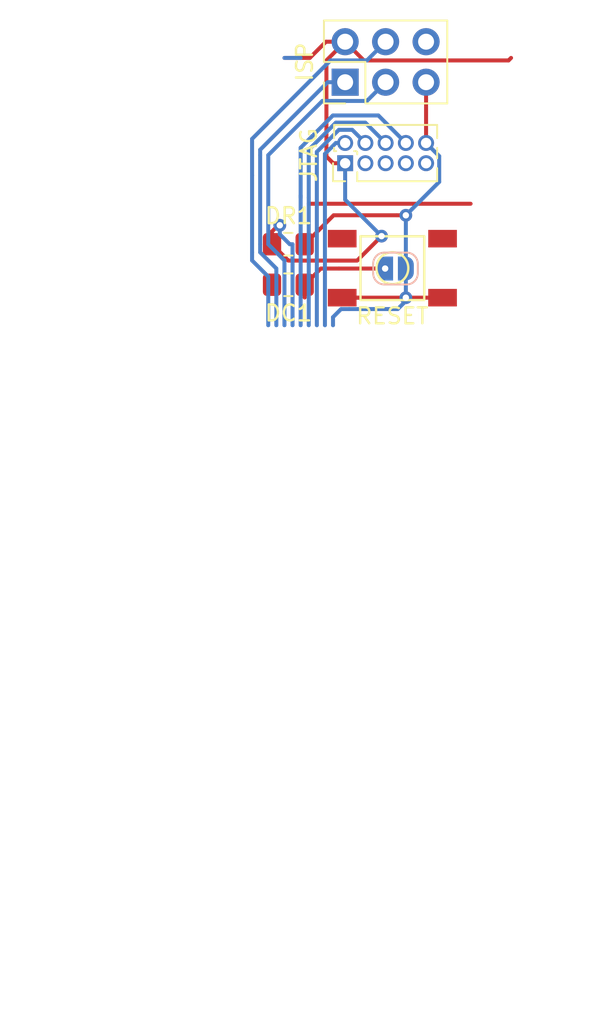
<source format=kicad_pcb>
(kicad_pcb (version 20171130) (host pcbnew 5.1.2)

  (general
    (thickness 1.6)
    (drawings 177)
    (tracks 96)
    (zones 0)
    (modules 6)
    (nets 13)
  )

  (page A4)
  (layers
    (0 F.Cu signal)
    (31 B.Cu signal)
    (32 B.Adhes user)
    (33 F.Adhes user)
    (34 B.Paste user)
    (35 F.Paste user)
    (36 B.SilkS user)
    (37 F.SilkS user)
    (38 B.Mask user)
    (39 F.Mask user)
    (40 Dwgs.User user)
    (41 Cmts.User user)
    (42 Eco1.User user)
    (43 Eco2.User user)
    (44 Edge.Cuts user)
    (45 Margin user)
    (46 B.CrtYd user)
    (47 F.CrtYd user)
    (48 B.Fab user)
    (49 F.Fab user)
  )

  (setup
    (last_trace_width 0.25)
    (trace_clearance 0.2)
    (zone_clearance 0.508)
    (zone_45_only no)
    (trace_min 0.2)
    (via_size 0.8)
    (via_drill 0.4)
    (via_min_size 0.4)
    (via_min_drill 0.3)
    (uvia_size 0.3)
    (uvia_drill 0.1)
    (uvias_allowed no)
    (uvia_min_size 0.2)
    (uvia_min_drill 0.1)
    (edge_width 0.05)
    (segment_width 0.2)
    (pcb_text_width 0.3)
    (pcb_text_size 1.5 1.5)
    (mod_edge_width 0.12)
    (mod_text_size 1 1)
    (mod_text_width 0.15)
    (pad_size 1.524 1.524)
    (pad_drill 0.762)
    (pad_to_mask_clearance 0.051)
    (solder_mask_min_width 0.25)
    (aux_axis_origin 0 0)
    (visible_elements FFFFFF7F)
    (pcbplotparams
      (layerselection 0x010fc_ffffffff)
      (usegerberextensions false)
      (usegerberattributes false)
      (usegerberadvancedattributes false)
      (creategerberjobfile false)
      (excludeedgelayer true)
      (linewidth 0.100000)
      (plotframeref false)
      (viasonmask false)
      (mode 1)
      (useauxorigin false)
      (hpglpennumber 1)
      (hpglpenspeed 20)
      (hpglpendiameter 15.000000)
      (psnegative false)
      (psa4output false)
      (plotreference true)
      (plotvalue true)
      (plotinvisibletext false)
      (padsonsilk false)
      (subtractmaskfromsilk false)
      (outputformat 1)
      (mirror false)
      (drillshape 1)
      (scaleselection 1)
      (outputdirectory ""))
  )

  (net 0 "")
  (net 1 GND)
  (net 2 VDD)
  (net 3 TCK)
  (net 4 TMS)
  (net 5 TDO)
  (net 6 TDI)
  (net 7 "Net-(DJ1-Pad5)")
  (net 8 ~RESET)
  (net 9 MOSI)
  (net 10 SCK)
  (net 11 MISO)
  (net 12 "Net-(DC1-Pad2)")

  (net_class Default "Dit is de standaard class."
    (clearance 0.2)
    (trace_width 0.25)
    (via_dia 0.8)
    (via_drill 0.4)
    (uvia_dia 0.3)
    (uvia_drill 0.1)
    (add_net GND)
    (add_net MISO)
    (add_net MOSI)
    (add_net "Net-(DC1-Pad2)")
    (add_net "Net-(DJ1-Pad5)")
    (add_net SCK)
    (add_net TCK)
    (add_net TDI)
    (add_net TDO)
    (add_net TMS)
    (add_net VDD)
    (add_net ~RESET)
  )

  (module Jumper:SolderJumper-2_P1.3mm_Open_RoundedPad1.0x1.5mm (layer B.Cu) (tedit 5B391E66) (tstamp 5CD47CDC)
    (at 156.83 67.564 180)
    (descr "SMD Solder Jumper, 1x1.5mm, rounded Pads, 0.3mm gap, open")
    (tags "solder jumper open")
    (path /5CD4C725)
    (attr virtual)
    (fp_text reference DJP1 (at 0 1.8) (layer B.SilkS) hide
      (effects (font (size 1 1) (thickness 0.15)) (justify mirror))
    )
    (fp_text value SolderJumper_2_Open (at 0 -1.9) (layer B.Fab)
      (effects (font (size 1 1) (thickness 0.15)) (justify mirror))
    )
    (fp_line (start 1.65 -1.25) (end -1.65 -1.25) (layer B.CrtYd) (width 0.05))
    (fp_line (start 1.65 -1.25) (end 1.65 1.25) (layer B.CrtYd) (width 0.05))
    (fp_line (start -1.65 1.25) (end -1.65 -1.25) (layer B.CrtYd) (width 0.05))
    (fp_line (start -1.65 1.25) (end 1.65 1.25) (layer B.CrtYd) (width 0.05))
    (fp_line (start -0.7 1) (end 0.7 1) (layer B.SilkS) (width 0.12))
    (fp_line (start 1.4 0.3) (end 1.4 -0.3) (layer B.SilkS) (width 0.12))
    (fp_line (start 0.7 -1) (end -0.7 -1) (layer B.SilkS) (width 0.12))
    (fp_line (start -1.4 -0.3) (end -1.4 0.3) (layer B.SilkS) (width 0.12))
    (fp_arc (start -0.7 0.3) (end -0.7 1) (angle 90) (layer B.SilkS) (width 0.12))
    (fp_arc (start -0.7 -0.3) (end -1.4 -0.3) (angle 90) (layer B.SilkS) (width 0.12))
    (fp_arc (start 0.7 -0.3) (end 0.7 -1) (angle 90) (layer B.SilkS) (width 0.12))
    (fp_arc (start 0.7 0.3) (end 1.4 0.3) (angle 90) (layer B.SilkS) (width 0.12))
    (pad 2 smd custom (at 0.65 0 180) (size 1 0.5) (layers B.Cu B.Mask)
      (net 12 "Net-(DC1-Pad2)") (zone_connect 2)
      (options (clearance outline) (anchor rect))
      (primitives
        (gr_circle (center 0 -0.25) (end 0.5 -0.25) (width 0))
        (gr_circle (center 0 0.25) (end 0.5 0.25) (width 0))
        (gr_poly (pts
           (xy 0 0.75) (xy -0.5 0.75) (xy -0.5 -0.75) (xy 0 -0.75)) (width 0))
      ))
    (pad 1 smd custom (at -0.65 0 180) (size 1 0.5) (layers B.Cu B.Mask)
      (net 8 ~RESET) (zone_connect 2)
      (options (clearance outline) (anchor rect))
      (primitives
        (gr_circle (center 0 -0.25) (end 0.5 -0.25) (width 0))
        (gr_circle (center 0 0.25) (end 0.5 0.25) (width 0))
        (gr_poly (pts
           (xy 0 0.75) (xy 0.5 0.75) (xy 0.5 -0.75) (xy 0 -0.75)) (width 0))
      ))
  )

  (module Connector_PinHeader_2.54mm:PinHeader_2x03_P2.54mm_Vertical (layer F.Cu) (tedit 59FED5CC) (tstamp 5CD47857)
    (at 153.67 55.88 90)
    (descr "Through hole straight pin header, 2x03, 2.54mm pitch, double rows")
    (tags "Through hole pin header THT 2x03 2.54mm double row")
    (path /5CD47AD2)
    (fp_text reference DJ2 (at 1.27 -2.33 90) (layer F.SilkS) hide
      (effects (font (size 1 1) (thickness 0.15)))
    )
    (fp_text value ISP (at 1.27 -2.54 90) (layer F.SilkS)
      (effects (font (size 1 1) (thickness 0.15)))
    )
    (fp_text user %R (at 1.27 2.54) (layer F.Fab)
      (effects (font (size 1 1) (thickness 0.15)))
    )
    (fp_line (start 4.35 -1.8) (end -1.8 -1.8) (layer F.CrtYd) (width 0.05))
    (fp_line (start 4.35 6.85) (end 4.35 -1.8) (layer F.CrtYd) (width 0.05))
    (fp_line (start -1.8 6.85) (end 4.35 6.85) (layer F.CrtYd) (width 0.05))
    (fp_line (start -1.8 -1.8) (end -1.8 6.85) (layer F.CrtYd) (width 0.05))
    (fp_line (start -1.33 -1.33) (end 0 -1.33) (layer F.SilkS) (width 0.12))
    (fp_line (start -1.33 0) (end -1.33 -1.33) (layer F.SilkS) (width 0.12))
    (fp_line (start 1.27 -1.33) (end 3.87 -1.33) (layer F.SilkS) (width 0.12))
    (fp_line (start 1.27 1.27) (end 1.27 -1.33) (layer F.SilkS) (width 0.12))
    (fp_line (start -1.33 1.27) (end 1.27 1.27) (layer F.SilkS) (width 0.12))
    (fp_line (start 3.87 -1.33) (end 3.87 6.41) (layer F.SilkS) (width 0.12))
    (fp_line (start -1.33 1.27) (end -1.33 6.41) (layer F.SilkS) (width 0.12))
    (fp_line (start -1.33 6.41) (end 3.87 6.41) (layer F.SilkS) (width 0.12))
    (fp_line (start -1.27 0) (end 0 -1.27) (layer F.Fab) (width 0.1))
    (fp_line (start -1.27 6.35) (end -1.27 0) (layer F.Fab) (width 0.1))
    (fp_line (start 3.81 6.35) (end -1.27 6.35) (layer F.Fab) (width 0.1))
    (fp_line (start 3.81 -1.27) (end 3.81 6.35) (layer F.Fab) (width 0.1))
    (fp_line (start 0 -1.27) (end 3.81 -1.27) (layer F.Fab) (width 0.1))
    (pad 6 thru_hole oval (at 2.54 5.08 90) (size 1.7 1.7) (drill 1) (layers *.Cu *.Mask)
      (net 1 GND))
    (pad 5 thru_hole oval (at 0 5.08 90) (size 1.7 1.7) (drill 1) (layers *.Cu *.Mask)
      (net 8 ~RESET))
    (pad 4 thru_hole oval (at 2.54 2.54 90) (size 1.7 1.7) (drill 1) (layers *.Cu *.Mask)
      (net 9 MOSI))
    (pad 3 thru_hole oval (at 0 2.54 90) (size 1.7 1.7) (drill 1) (layers *.Cu *.Mask)
      (net 10 SCK))
    (pad 2 thru_hole oval (at 2.54 0 90) (size 1.7 1.7) (drill 1) (layers *.Cu *.Mask)
      (net 2 VDD))
    (pad 1 thru_hole rect (at 0 0 90) (size 1.7 1.7) (drill 1) (layers *.Cu *.Mask)
      (net 11 MISO))
    (model ${KISYS3DMOD}/Connector_PinHeader_2.54mm.3dshapes/PinHeader_2x03_P2.54mm_Vertical.wrl
      (at (xyz 0 0 0))
      (scale (xyz 1 1 1))
      (rotate (xyz 0 0 0))
    )
  )

  (module lib:TS-1187 (layer F.Cu) (tedit 5C23E748) (tstamp 5CD31350)
    (at 156.635 67.54 180)
    (path /5CD35511)
    (fp_text reference DSW1 (at 0 3) (layer F.SilkS) hide
      (effects (font (size 1 1) (thickness 0.15)))
    )
    (fp_text value RESET (at 0 -3) (layer F.SilkS)
      (effects (font (size 1 1) (thickness 0.15)))
    )
    (fp_circle (center 0 0) (end 1 0) (layer F.SilkS) (width 0.15))
    (fp_line (start 2 2) (end -2 2) (layer F.SilkS) (width 0.15))
    (fp_line (start 2 -2) (end 2 2) (layer F.SilkS) (width 0.15))
    (fp_line (start -2 -2) (end 2 -2) (layer F.SilkS) (width 0.15))
    (fp_line (start -2 2) (end -2 -2) (layer F.SilkS) (width 0.15))
    (pad 2 smd rect (at 3.15 1.85 180) (size 1.8 1.1) (layers F.Cu F.Paste F.Mask)
      (net 1 GND))
    (pad 1 smd rect (at 3.15 -1.85 180) (size 1.8 1.1) (layers F.Cu F.Paste F.Mask)
      (net 8 ~RESET))
    (pad 2 smd rect (at -3.15 1.85 180) (size 1.8 1.1) (layers F.Cu F.Paste F.Mask)
      (net 1 GND))
    (pad 1 smd rect (at -3.15 -1.85 180) (size 1.8 1.1) (layers F.Cu F.Paste F.Mask)
      (net 8 ~RESET))
  )

  (module Resistor_SMD:R_0805_2012Metric_Pad1.15x1.40mm_HandSolder (layer F.Cu) (tedit 5B36C52B) (tstamp 5CD345C8)
    (at 150.105 66.04)
    (descr "Resistor SMD 0805 (2012 Metric), square (rectangular) end terminal, IPC_7351 nominal with elongated pad for handsoldering. (Body size source: https://docs.google.com/spreadsheets/d/1BsfQQcO9C6DZCsRaXUlFlo91Tg2WpOkGARC1WS5S8t0/edit?usp=sharing), generated with kicad-footprint-generator")
    (tags "resistor handsolder")
    (path /5CD372D0)
    (attr smd)
    (fp_text reference DR1 (at 0.009 -1.778) (layer F.SilkS)
      (effects (font (size 1 1) (thickness 0.15)))
    )
    (fp_text value 10K (at 0 1.65) (layer F.Fab)
      (effects (font (size 1 1) (thickness 0.15)))
    )
    (fp_text user %R (at 0 0) (layer F.Fab)
      (effects (font (size 0.5 0.5) (thickness 0.08)))
    )
    (fp_line (start 1.85 0.95) (end -1.85 0.95) (layer F.CrtYd) (width 0.05))
    (fp_line (start 1.85 -0.95) (end 1.85 0.95) (layer F.CrtYd) (width 0.05))
    (fp_line (start -1.85 -0.95) (end 1.85 -0.95) (layer F.CrtYd) (width 0.05))
    (fp_line (start -1.85 0.95) (end -1.85 -0.95) (layer F.CrtYd) (width 0.05))
    (fp_line (start -0.261252 0.71) (end 0.261252 0.71) (layer F.SilkS) (width 0.12))
    (fp_line (start -0.261252 -0.71) (end 0.261252 -0.71) (layer F.SilkS) (width 0.12))
    (fp_line (start 1 0.6) (end -1 0.6) (layer F.Fab) (width 0.1))
    (fp_line (start 1 -0.6) (end 1 0.6) (layer F.Fab) (width 0.1))
    (fp_line (start -1 -0.6) (end 1 -0.6) (layer F.Fab) (width 0.1))
    (fp_line (start -1 0.6) (end -1 -0.6) (layer F.Fab) (width 0.1))
    (pad 2 smd roundrect (at 1.025 0) (size 1.15 1.4) (layers F.Cu F.Paste F.Mask) (roundrect_rratio 0.217391)
      (net 8 ~RESET))
    (pad 1 smd roundrect (at -1.025 0) (size 1.15 1.4) (layers F.Cu F.Paste F.Mask) (roundrect_rratio 0.217391)
      (net 2 VDD))
    (model ${KISYS3DMOD}/Resistor_SMD.3dshapes/R_0805_2012Metric.wrl
      (at (xyz 0 0 0))
      (scale (xyz 1 1 1))
      (rotate (xyz 0 0 0))
    )
  )

  (module Connector_PinHeader_1.27mm:PinHeader_2x05_P1.27mm_Vertical locked (layer F.Cu) (tedit 59FED6E3) (tstamp 5CD31319)
    (at 153.67 60.96 90)
    (descr "Through hole straight pin header, 2x05, 1.27mm pitch, double rows")
    (tags "Through hole pin header THT 2x05 1.27mm double row")
    (path /5CD31435)
    (fp_text reference DJ1 (at 0.635 -1.695 90) (layer F.SilkS) hide
      (effects (font (size 1 1) (thickness 0.15)))
    )
    (fp_text value JTAG (at 0.508 -2.286 270) (layer F.SilkS)
      (effects (font (size 1 1) (thickness 0.15)))
    )
    (fp_line (start -0.2175 -0.635) (end 2.34 -0.635) (layer F.Fab) (width 0.1))
    (fp_line (start 2.34 -0.635) (end 2.34 5.715) (layer F.Fab) (width 0.1))
    (fp_line (start 2.34 5.715) (end -1.07 5.715) (layer F.Fab) (width 0.1))
    (fp_line (start -1.07 5.715) (end -1.07 0.2175) (layer F.Fab) (width 0.1))
    (fp_line (start -1.07 0.2175) (end -0.2175 -0.635) (layer F.Fab) (width 0.1))
    (fp_line (start -1.13 5.775) (end -0.30753 5.775) (layer F.SilkS) (width 0.12))
    (fp_line (start 1.57753 5.775) (end 2.4 5.775) (layer F.SilkS) (width 0.12))
    (fp_line (start 0.30753 5.775) (end 0.96247 5.775) (layer F.SilkS) (width 0.12))
    (fp_line (start -1.13 0.76) (end -1.13 5.775) (layer F.SilkS) (width 0.12))
    (fp_line (start 2.4 -0.695) (end 2.4 5.775) (layer F.SilkS) (width 0.12))
    (fp_line (start -1.13 0.76) (end -0.563471 0.76) (layer F.SilkS) (width 0.12))
    (fp_line (start 0.563471 0.76) (end 0.706529 0.76) (layer F.SilkS) (width 0.12))
    (fp_line (start 0.76 0.706529) (end 0.76 0.563471) (layer F.SilkS) (width 0.12))
    (fp_line (start 0.76 -0.563471) (end 0.76 -0.695) (layer F.SilkS) (width 0.12))
    (fp_line (start 0.76 -0.695) (end 0.96247 -0.695) (layer F.SilkS) (width 0.12))
    (fp_line (start 1.57753 -0.695) (end 2.4 -0.695) (layer F.SilkS) (width 0.12))
    (fp_line (start -1.13 0) (end -1.13 -0.76) (layer F.SilkS) (width 0.12))
    (fp_line (start -1.13 -0.76) (end 0 -0.76) (layer F.SilkS) (width 0.12))
    (fp_line (start -1.6 -1.15) (end -1.6 6.25) (layer F.CrtYd) (width 0.05))
    (fp_line (start -1.6 6.25) (end 2.85 6.25) (layer F.CrtYd) (width 0.05))
    (fp_line (start 2.85 6.25) (end 2.85 -1.15) (layer F.CrtYd) (width 0.05))
    (fp_line (start 2.85 -1.15) (end -1.6 -1.15) (layer F.CrtYd) (width 0.05))
    (fp_text user %R (at 0.635 2.54) (layer F.Fab)
      (effects (font (size 1 1) (thickness 0.15)))
    )
    (pad 1 thru_hole rect (at 0 0 90) (size 1 1) (drill 0.65) (layers *.Cu *.Mask)
      (net 2 VDD))
    (pad 2 thru_hole oval (at 1.27 0 90) (size 1 1) (drill 0.65) (layers *.Cu *.Mask)
      (net 4 TMS))
    (pad 3 thru_hole oval (at 0 1.27 90) (size 1 1) (drill 0.65) (layers *.Cu *.Mask)
      (net 1 GND))
    (pad 4 thru_hole oval (at 1.27 1.27 90) (size 1 1) (drill 0.65) (layers *.Cu *.Mask)
      (net 3 TCK))
    (pad 5 thru_hole oval (at 0 2.54 90) (size 1 1) (drill 0.65) (layers *.Cu *.Mask)
      (net 7 "Net-(DJ1-Pad5)"))
    (pad 6 thru_hole oval (at 1.27 2.54 90) (size 1 1) (drill 0.65) (layers *.Cu *.Mask)
      (net 5 TDO))
    (pad 7 thru_hole oval (at 0 3.81 90) (size 1 1) (drill 0.65) (layers *.Cu *.Mask)
      (net 1 GND))
    (pad 8 thru_hole oval (at 1.27 3.81 90) (size 1 1) (drill 0.65) (layers *.Cu *.Mask)
      (net 6 TDI))
    (pad 9 thru_hole oval (at 0 5.08 90) (size 1 1) (drill 0.65) (layers *.Cu *.Mask)
      (net 1 GND))
    (pad 10 thru_hole oval (at 1.27 5.08 90) (size 1 1) (drill 0.65) (layers *.Cu *.Mask)
      (net 8 ~RESET))
    (model ${KISYS3DMOD}/Connector_PinHeader_1.27mm.3dshapes/PinHeader_2x05_P1.27mm_Vertical.wrl
      (at (xyz 0 0 0))
      (scale (xyz 1 1 1))
      (rotate (xyz 0 0 0))
    )
  )

  (module Capacitor_SMD:C_0805_2012Metric_Pad1.15x1.40mm_HandSolder (layer F.Cu) (tedit 5B36C52B) (tstamp 5CD312F4)
    (at 150.105 68.58)
    (descr "Capacitor SMD 0805 (2012 Metric), square (rectangular) end terminal, IPC_7351 nominal with elongated pad for handsoldering. (Body size source: https://docs.google.com/spreadsheets/d/1BsfQQcO9C6DZCsRaXUlFlo91Tg2WpOkGARC1WS5S8t0/edit?usp=sharing), generated with kicad-footprint-generator")
    (tags "capacitor handsolder")
    (path /5CD35E46)
    (attr smd)
    (fp_text reference DC1 (at 0.009 1.778) (layer F.SilkS)
      (effects (font (size 1 1) (thickness 0.15)))
    )
    (fp_text value 100nF (at 0 1.65) (layer F.Fab)
      (effects (font (size 1 1) (thickness 0.15)))
    )
    (fp_text user %R (at 0 0) (layer F.Fab)
      (effects (font (size 0.5 0.5) (thickness 0.08)))
    )
    (fp_line (start 1.85 0.95) (end -1.85 0.95) (layer F.CrtYd) (width 0.05))
    (fp_line (start 1.85 -0.95) (end 1.85 0.95) (layer F.CrtYd) (width 0.05))
    (fp_line (start -1.85 -0.95) (end 1.85 -0.95) (layer F.CrtYd) (width 0.05))
    (fp_line (start -1.85 0.95) (end -1.85 -0.95) (layer F.CrtYd) (width 0.05))
    (fp_line (start -0.261252 0.71) (end 0.261252 0.71) (layer F.SilkS) (width 0.12))
    (fp_line (start -0.261252 -0.71) (end 0.261252 -0.71) (layer F.SilkS) (width 0.12))
    (fp_line (start 1 0.6) (end -1 0.6) (layer F.Fab) (width 0.1))
    (fp_line (start 1 -0.6) (end 1 0.6) (layer F.Fab) (width 0.1))
    (fp_line (start -1 -0.6) (end 1 -0.6) (layer F.Fab) (width 0.1))
    (fp_line (start -1 0.6) (end -1 -0.6) (layer F.Fab) (width 0.1))
    (pad 2 smd roundrect (at 1.025 0) (size 1.15 1.4) (layers F.Cu F.Paste F.Mask) (roundrect_rratio 0.217391)
      (net 12 "Net-(DC1-Pad2)"))
    (pad 1 smd roundrect (at -1.025 0) (size 1.15 1.4) (layers F.Cu F.Paste F.Mask) (roundrect_rratio 0.217391)
      (net 1 GND))
    (model ${KISYS3DMOD}/Capacitor_SMD.3dshapes/C_0805_2012Metric.wrl
      (at (xyz 0 0 0))
      (scale (xyz 1 1 1))
      (rotate (xyz 0 0 0))
    )
  )

  (dimension 19.05 (width 0.15) (layer Dwgs.User) (tstamp 5CD6B75C)
    (gr_text "19,050 mm" (at 141.605 110.968) (layer Dwgs.User) (tstamp 5CD6B75C)
      (effects (font (size 1 1) (thickness 0.15)))
    )
    (feature1 (pts (xy 151.13 112.776) (xy 151.13 111.681579)))
    (feature2 (pts (xy 132.08 112.776) (xy 132.08 111.681579)))
    (crossbar (pts (xy 132.08 112.268) (xy 151.13 112.268)))
    (arrow1a (pts (xy 151.13 112.268) (xy 150.003496 112.854421)))
    (arrow1b (pts (xy 151.13 112.268) (xy 150.003496 111.681579)))
    (arrow2a (pts (xy 132.08 112.268) (xy 133.206504 112.854421)))
    (arrow2b (pts (xy 132.08 112.268) (xy 133.206504 111.681579)))
  )
  (gr_circle (center 149.86 54.356) (end 149.9108 54.356) (layer Eco2.User) (width 0.15) (tstamp 5CD6B74E))
  (gr_circle (center 143.764 71.12) (end 143.8148 71.12) (layer Eco1.User) (width 0.15) (tstamp 5CD6AEF4))
  (gr_circle (center 144.272 71.12) (end 144.3228 71.12) (layer Eco1.User) (width 0.15) (tstamp 5CD6ADB3))
  (gr_circle (center 144.78 71.12) (end 144.8308 71.12) (layer Eco1.User) (width 0.15) (tstamp 5CD6ADB0))
  (gr_circle (center 151.384 63.5) (end 151.4348 63.5) (layer Eco2.User) (width 0.15) (tstamp 5CD6AB71))
  (gr_circle (center 161.544 63.5) (end 161.5948 63.5) (layer Eco2.User) (width 0.15) (tstamp 5CD6AB49))
  (gr_circle (center 149.86 71.12) (end 149.86 71.0692) (layer Eco1.User) (width 0.15) (tstamp 5CD6A016))
  (gr_circle (center 149.352 71.12) (end 149.352 71.0692) (layer Eco1.User) (width 0.15) (tstamp 5CD6A013))
  (gr_circle (center 145.288 71.12) (end 145.288 71.0692) (layer Eco1.User) (width 0.15) (tstamp 5CD6A010))
  (gr_line (start 135.255 64.77) (end 138.43 64.77) (layer Dwgs.User) (width 0.15))
  (gr_line (start 138.43 64.77) (end 139.7 66.04) (layer Dwgs.User) (width 0.15))
  (gr_line (start 139.7 71.12) (end 141.605 71.12) (layer Dwgs.User) (width 0.15))
  (gr_line (start 139.7 66.04) (end 139.7 71.12) (layer Dwgs.User) (width 0.15))
  (gr_line (start 135.255 53.975) (end 135.255 54.61) (layer Dwgs.User) (width 0.15) (tstamp 5CD69E28))
  (gr_line (start 139.065 53.975) (end 135.255 53.975) (layer Dwgs.User) (width 0.15))
  (gr_line (start 139.065 58.42) (end 149.86 50.8) (layer Dwgs.User) (width 0.15) (tstamp 5CD69D85))
  (gr_line (start 149.86 58.42) (end 139.065 50.8) (layer Dwgs.User) (width 0.15) (tstamp 5CD69D81))
  (gr_line (start 140.97 58.42) (end 151.384 58.42) (layer Dwgs.User) (width 0.15))
  (gr_line (start 139.065 50.8) (end 142.24 50.8) (layer Dwgs.User) (width 0.15))
  (gr_line (start 139.065 58.42) (end 139.065 50.8) (layer Dwgs.User) (width 0.15))
  (gr_line (start 140.97 58.42) (end 139.065 58.42) (layer Dwgs.User) (width 0.15))
  (gr_line (start 170.18 50.8) (end 132.08 50.8) (layer Dwgs.User) (width 0.05) (tstamp 5CD3006B))
  (gr_line (start 170.18 109.22) (end 170.18 50.8) (layer Dwgs.User) (width 0.05))
  (gr_line (start 132.08 109.22) (end 170.18 109.22) (layer Dwgs.User) (width 0.05))
  (gr_line (start 132.08 50.8) (end 132.08 109.22) (layer Dwgs.User) (width 0.05))
  (gr_line (start 161.544 50.8) (end 151.13 50.8) (layer Dwgs.User) (width 0.15) (tstamp 5CD694C8))
  (gr_line (start 151.13 71.12) (end 161.544 71.12) (layer Dwgs.User) (width 0.15))
  (gr_line (start 140.97 50.8) (end 151.13 50.8) (layer Dwgs.User) (width 0.15) (tstamp 5CD693E3))
  (gr_line (start 140.97 71.12) (end 151.13 71.12) (layer Dwgs.User) (width 0.15))
  (gr_line (start 135.255 64.77) (end 135.255 54.61) (layer Dwgs.User) (width 0.15))
  (gr_circle (center 137.16 63.5) (end 137.16 64.516) (layer Dwgs.User) (width 0.15) (tstamp 5CD692B8))
  (gr_circle (center 137.16 88.9) (end 137.16 89.916) (layer Dwgs.User) (width 0.15) (tstamp 5CD692B7))
  (gr_circle (center 137.16 83.82) (end 137.16 84.836) (layer Dwgs.User) (width 0.15) (tstamp 5CD692B6))
  (gr_circle (center 137.16 93.98) (end 137.16 94.996) (layer Dwgs.User) (width 0.15) (tstamp 5CD692B5))
  (gr_circle (center 137.16 96.52) (end 137.16 97.536) (layer Dwgs.User) (width 0.15) (tstamp 5CD692B4))
  (gr_circle (center 137.16 104.14) (end 137.16 105.156) (layer Dwgs.User) (width 0.15) (tstamp 5CD692B3))
  (gr_circle (center 137.16 78.74) (end 137.16 79.756) (layer Dwgs.User) (width 0.15) (tstamp 5CD692B2))
  (gr_circle (center 137.16 76.2) (end 137.16 77.216) (layer Dwgs.User) (width 0.15) (tstamp 5CD692B1))
  (gr_circle (center 137.16 81.28) (end 137.16 82.296) (layer Dwgs.User) (width 0.15) (tstamp 5CD692B0))
  (gr_circle (center 137.16 55.88) (end 137.16 56.896) (layer Dwgs.User) (width 0.15) (tstamp 5CD692AF))
  (gr_circle (center 137.16 66.04) (end 137.16 67.056) (layer Dwgs.User) (width 0.15) (tstamp 5CD692AE))
  (gr_circle (center 137.16 68.58) (end 137.16 69.596) (layer Dwgs.User) (width 0.15) (tstamp 5CD692AD))
  (gr_circle (center 137.16 99.06) (end 137.16 100.076) (layer Dwgs.User) (width 0.15) (tstamp 5CD692AC))
  (gr_circle (center 139.7 60.96) (end 139.7 61.976) (layer Dwgs.User) (width 0.15) (tstamp 5CD692AB))
  (gr_circle (center 137.16 58.42) (end 137.16 59.436) (layer Dwgs.User) (width 0.15) (tstamp 5CD692AA))
  (gr_circle (center 137.16 60.96) (end 137.16 61.976) (layer Dwgs.User) (width 0.15) (tstamp 5CD692A9))
  (gr_circle (center 137.16 86.36) (end 137.16 87.376) (layer Dwgs.User) (width 0.15) (tstamp 5CD692A8))
  (gr_circle (center 139.7 63.5) (end 139.7 64.516) (layer Dwgs.User) (width 0.15) (tstamp 5CD692A7))
  (gr_circle (center 137.16 71.12) (end 137.16 72.136) (layer Dwgs.User) (width 0.15) (tstamp 5CD692A6))
  (gr_circle (center 137.16 73.66) (end 137.16 74.676) (layer Dwgs.User) (width 0.15) (tstamp 5CD692A5))
  (gr_circle (center 137.16 91.44) (end 137.16 92.456) (layer Dwgs.User) (width 0.15) (tstamp 5CD692A0))
  (gr_circle (center 137.16 101.6) (end 137.16 102.616) (layer Dwgs.User) (width 0.15) (tstamp 5CD6929F))
  (gr_circle (center 162.56 63.5) (end 162.56 64.516) (layer Dwgs.User) (width 0.15) (tstamp 5CD6929D))
  (gr_circle (center 162.56 60.96) (end 162.56 61.976) (layer Dwgs.User) (width 0.15) (tstamp 5CD6929B))
  (gr_circle (center 165.1 55.88) (end 165.1 56.896) (layer Dwgs.User) (width 0.15) (tstamp 5CD69299))
  (gr_circle (center 165.1 58.42) (end 165.1 59.436) (layer Dwgs.User) (width 0.15) (tstamp 5CD69297))
  (gr_circle (center 165.1 60.96) (end 165.1 61.976) (layer Dwgs.User) (width 0.15) (tstamp 5CD69295))
  (gr_circle (center 165.1 63.5) (end 165.1 64.516) (layer Dwgs.User) (width 0.15) (tstamp 5CD69293))
  (gr_circle (center 165.1 66.04) (end 165.1 67.056) (layer Dwgs.User) (width 0.15) (tstamp 5CD69291))
  (gr_circle (center 165.1 68.58) (end 165.1 69.596) (layer Dwgs.User) (width 0.15) (tstamp 5CD6928F))
  (gr_circle (center 165.1 71.12) (end 165.1 72.136) (layer Dwgs.User) (width 0.15) (tstamp 5CD6928D))
  (gr_circle (center 165.1 73.66) (end 165.1 74.676) (layer Dwgs.User) (width 0.15) (tstamp 5CD6928B))
  (gr_circle (center 165.1 76.2) (end 165.1 77.216) (layer Dwgs.User) (width 0.15) (tstamp 5CD69289))
  (gr_circle (center 165.1 78.74) (end 165.1 79.756) (layer Dwgs.User) (width 0.15) (tstamp 5CD69287))
  (gr_circle (center 165.1 81.28) (end 165.1 82.296) (layer Dwgs.User) (width 0.15) (tstamp 5CD69285))
  (gr_circle (center 165.1 83.82) (end 165.1 84.836) (layer Dwgs.User) (width 0.15) (tstamp 5CD69283))
  (gr_circle (center 165.1 86.36) (end 165.1 87.376) (layer Dwgs.User) (width 0.15) (tstamp 5CD69281))
  (gr_circle (center 165.1 88.9) (end 165.1 89.916) (layer Dwgs.User) (width 0.15) (tstamp 5CD6927F))
  (gr_circle (center 165.1 91.44) (end 165.1 92.456) (layer Dwgs.User) (width 0.15) (tstamp 5CD6927D))
  (gr_circle (center 165.1 93.98) (end 165.1 94.996) (layer Dwgs.User) (width 0.15) (tstamp 5CD6927A))
  (gr_circle (center 165.1 96.52) (end 165.1 97.536) (layer Dwgs.User) (width 0.15) (tstamp 5CD69276))
  (gr_circle (center 165.1 99.06) (end 165.1 100.076) (layer Dwgs.User) (width 0.15) (tstamp 5CD69274))
  (gr_circle (center 165.1 101.6) (end 165.1 102.616) (layer Dwgs.User) (width 0.15) (tstamp 5CD6926A))
  (gr_circle (center 165.1 104.14) (end 165.1 105.156) (layer Dwgs.User) (width 0.15))
  (dimension 19.05 (width 0.15) (layer Dwgs.User)
    (gr_text "19,050 mm" (at 160.655 110.968) (layer Dwgs.User)
      (effects (font (size 1 1) (thickness 0.15)))
    )
    (feature1 (pts (xy 170.18 112.776) (xy 170.18 111.681579)))
    (feature2 (pts (xy 151.13 112.776) (xy 151.13 111.681579)))
    (crossbar (pts (xy 151.13 112.268) (xy 170.18 112.268)))
    (arrow1a (pts (xy 170.18 112.268) (xy 169.053496 112.854421)))
    (arrow1b (pts (xy 170.18 112.268) (xy 169.053496 111.681579)))
    (arrow2a (pts (xy 151.13 112.268) (xy 152.256504 112.854421)))
    (arrow2b (pts (xy 151.13 112.268) (xy 152.256504 111.681579)))
  )
  (dimension 38.1 (width 0.15) (layer Dwgs.User)
    (gr_text "38,100 mm" (at 151.13 115.599999) (layer Dwgs.User)
      (effects (font (size 1 1) (thickness 0.15)))
    )
    (feature1 (pts (xy 170.18 113.03) (xy 170.18 114.88642)))
    (feature2 (pts (xy 132.08 113.03) (xy 132.08 114.88642)))
    (crossbar (pts (xy 132.08 114.299999) (xy 170.18 114.299999)))
    (arrow1a (pts (xy 170.18 114.299999) (xy 169.053496 114.88642)))
    (arrow1b (pts (xy 170.18 114.299999) (xy 169.053496 113.713578)))
    (arrow2a (pts (xy 132.08 114.299999) (xy 133.206504 114.88642)))
    (arrow2b (pts (xy 132.08 114.299999) (xy 133.206504 113.713578)))
  )
  (gr_line (start 170.18 50.8) (end 132.08 50.8) (layer Dwgs.User) (width 0.05) (tstamp 5CD3006B))
  (gr_line (start 170.18 109.22) (end 170.18 50.8) (layer Dwgs.User) (width 0.05))
  (gr_line (start 132.08 109.22) (end 170.18 109.22) (layer Dwgs.User) (width 0.05))
  (gr_line (start 132.08 50.8) (end 132.08 109.22) (layer Dwgs.User) (width 0.05))
  (gr_line (start 170.18 50.8) (end 132.08 50.8) (layer Dwgs.User) (width 0.05) (tstamp 5CD3006B))
  (gr_line (start 170.18 109.22) (end 170.18 50.8) (layer Dwgs.User) (width 0.05))
  (gr_line (start 132.08 109.22) (end 170.18 109.22) (layer Dwgs.User) (width 0.05))
  (gr_line (start 132.08 50.8) (end 132.08 109.22) (layer Dwgs.User) (width 0.05))
  (gr_line (start 149.86 53.34) (end 149.86 50.8) (layer Dwgs.User) (width 0.15) (tstamp 5CD6A391))
  (gr_line (start 149.86 53.34) (end 149.86 58.42) (layer Dwgs.User) (width 0.15))
  (gr_line (start 161.544 59.436) (end 164.084 59.436) (layer Dwgs.User) (width 0.15) (tstamp 5CD6A2A6))
  (gr_line (start 164.084 50.8) (end 164.084 59.436) (layer Dwgs.User) (width 0.15) (tstamp 5CD6A2A3))
  (gr_line (start 164.084 59.436) (end 164.084 50.8) (layer Dwgs.User) (width 0.15))
  (gr_line (start 170.18 50.8) (end 132.08 50.8) (layer Dwgs.User) (width 0.05) (tstamp 5CD3006B))
  (gr_line (start 170.18 109.22) (end 170.18 50.8) (layer Dwgs.User) (width 0.05))
  (gr_line (start 132.08 109.22) (end 170.18 109.22) (layer Dwgs.User) (width 0.05))
  (gr_line (start 132.08 50.8) (end 132.08 109.22) (layer Dwgs.User) (width 0.05))
  (gr_circle (center 164.084 54.356) (end 164.1348 54.356) (layer Eco2.User) (width 0.15) (tstamp 5CD6A194))
  (gr_circle (center 149.86 54.356) (end 149.9108 54.356) (layer Eco1.User) (width 0.15) (tstamp 5CD6A0A1))
  (gr_circle (center 146.304 71.12) (end 146.304 71.0692) (layer Eco1.User) (width 0.15) (tstamp 5CD6A016))
  (gr_circle (center 145.796 71.12) (end 145.796 71.0692) (layer Eco1.User) (width 0.15) (tstamp 5CD6A013))
  (gr_circle (center 148.7932 71.12) (end 148.7932 71.0692) (layer Eco1.User) (width 0.15) (tstamp 5CD6A010))
  (gr_line (start 135.255 64.77) (end 138.43 64.77) (layer Dwgs.User) (width 0.15))
  (gr_line (start 138.43 64.77) (end 139.7 66.04) (layer Dwgs.User) (width 0.15))
  (gr_line (start 139.7 71.12) (end 141.605 71.12) (layer Dwgs.User) (width 0.15))
  (gr_line (start 139.7 66.04) (end 139.7 71.12) (layer Dwgs.User) (width 0.15))
  (gr_line (start 135.255 53.975) (end 135.255 54.61) (layer Dwgs.User) (width 0.15) (tstamp 5CD69E28))
  (gr_line (start 139.065 53.975) (end 135.255 53.975) (layer Dwgs.User) (width 0.15))
  (gr_line (start 140.97 58.42) (end 151.384 58.42) (layer Dwgs.User) (width 0.15))
  (gr_line (start 139.065 50.8) (end 142.24 50.8) (layer Dwgs.User) (width 0.15))
  (gr_line (start 139.065 58.42) (end 139.065 50.8) (layer Dwgs.User) (width 0.15))
  (gr_line (start 140.97 58.42) (end 139.065 58.42) (layer Dwgs.User) (width 0.15))
  (gr_line (start 147.828 64.008) (end 147.828 71.12) (layer Dwgs.User) (width 0.15))
  (gr_line (start 151.384 64.008) (end 147.828 64.008) (layer Dwgs.User) (width 0.15))
  (gr_line (start 170.18 50.8) (end 132.08 50.8) (layer Dwgs.User) (width 0.05) (tstamp 5CD3006B))
  (gr_line (start 170.18 109.22) (end 170.18 50.8) (layer Dwgs.User) (width 0.05))
  (gr_line (start 132.08 109.22) (end 170.18 109.22) (layer Dwgs.User) (width 0.05))
  (gr_line (start 132.08 50.8) (end 132.08 109.22) (layer Dwgs.User) (width 0.05))
  (gr_line (start 164.084 50.8) (end 151.13 50.8) (layer Dwgs.User) (width 0.15) (tstamp 5CD694C8))
  (gr_line (start 161.544 71.12) (end 161.544 59.436) (layer Dwgs.User) (width 0.15))
  (gr_line (start 151.13 71.12) (end 161.544 71.12) (layer Dwgs.User) (width 0.15))
  (gr_line (start 140.97 50.8) (end 151.13 50.8) (layer Dwgs.User) (width 0.15) (tstamp 5CD693E3))
  (gr_line (start 151.384 64.008) (end 151.384 58.42) (layer Dwgs.User) (width 0.15) (tstamp 5CD6AB94))
  (gr_line (start 140.97 71.12) (end 151.13 71.12) (layer Dwgs.User) (width 0.15))
  (gr_line (start 135.255 64.77) (end 135.255 54.61) (layer Dwgs.User) (width 0.15))
  (gr_circle (center 137.16 63.5) (end 137.16 64.516) (layer Dwgs.User) (width 0.15) (tstamp 5CD692B8))
  (gr_circle (center 137.16 88.9) (end 137.16 89.916) (layer Dwgs.User) (width 0.15) (tstamp 5CD692B7))
  (gr_circle (center 137.16 83.82) (end 137.16 84.836) (layer Dwgs.User) (width 0.15) (tstamp 5CD692B6))
  (gr_circle (center 137.16 93.98) (end 137.16 94.996) (layer Dwgs.User) (width 0.15) (tstamp 5CD692B5))
  (gr_circle (center 137.16 96.52) (end 137.16 97.536) (layer Dwgs.User) (width 0.15) (tstamp 5CD692B4))
  (gr_circle (center 137.16 104.14) (end 137.16 105.156) (layer Dwgs.User) (width 0.15) (tstamp 5CD692B3))
  (gr_circle (center 137.16 78.74) (end 137.16 79.756) (layer Dwgs.User) (width 0.15) (tstamp 5CD692B2))
  (gr_circle (center 137.16 76.2) (end 137.16 77.216) (layer Dwgs.User) (width 0.15) (tstamp 5CD692B1))
  (gr_circle (center 137.16 81.28) (end 137.16 82.296) (layer Dwgs.User) (width 0.15) (tstamp 5CD692B0))
  (gr_circle (center 137.16 55.88) (end 137.16 56.896) (layer Dwgs.User) (width 0.15) (tstamp 5CD692AF))
  (gr_circle (center 137.16 66.04) (end 137.16 67.056) (layer Dwgs.User) (width 0.15) (tstamp 5CD692AE))
  (gr_circle (center 137.16 68.58) (end 137.16 69.596) (layer Dwgs.User) (width 0.15) (tstamp 5CD692AD))
  (gr_circle (center 137.16 99.06) (end 137.16 100.076) (layer Dwgs.User) (width 0.15) (tstamp 5CD692AC))
  (gr_circle (center 139.7 60.96) (end 139.7 61.976) (layer Dwgs.User) (width 0.15) (tstamp 5CD692AB))
  (gr_circle (center 137.16 58.42) (end 137.16 59.436) (layer Dwgs.User) (width 0.15) (tstamp 5CD692AA))
  (gr_circle (center 137.16 60.96) (end 137.16 61.976) (layer Dwgs.User) (width 0.15) (tstamp 5CD692A9))
  (gr_circle (center 137.16 86.36) (end 137.16 87.376) (layer Dwgs.User) (width 0.15) (tstamp 5CD692A8))
  (gr_circle (center 139.7 63.5) (end 139.7 64.516) (layer Dwgs.User) (width 0.15) (tstamp 5CD692A7))
  (gr_circle (center 137.16 71.12) (end 137.16 72.136) (layer Dwgs.User) (width 0.15) (tstamp 5CD692A6))
  (gr_circle (center 137.16 73.66) (end 137.16 74.676) (layer Dwgs.User) (width 0.15) (tstamp 5CD692A5))
  (gr_circle (center 137.16 91.44) (end 137.16 92.456) (layer Dwgs.User) (width 0.15) (tstamp 5CD692A0))
  (gr_circle (center 137.16 101.6) (end 137.16 102.616) (layer Dwgs.User) (width 0.15) (tstamp 5CD6929F))
  (gr_circle (center 162.56 63.5) (end 162.56 64.516) (layer Dwgs.User) (width 0.15) (tstamp 5CD6929D))
  (gr_circle (center 162.56 60.96) (end 162.56 61.976) (layer Dwgs.User) (width 0.15) (tstamp 5CD6929B))
  (gr_circle (center 165.1 55.88) (end 165.1 56.896) (layer Dwgs.User) (width 0.15) (tstamp 5CD69299))
  (gr_circle (center 165.1 58.42) (end 165.1 59.436) (layer Dwgs.User) (width 0.15) (tstamp 5CD69297))
  (gr_circle (center 165.1 60.96) (end 165.1 61.976) (layer Dwgs.User) (width 0.15) (tstamp 5CD69295))
  (gr_circle (center 165.1 63.5) (end 165.1 64.516) (layer Dwgs.User) (width 0.15) (tstamp 5CD69293))
  (gr_circle (center 165.1 66.04) (end 165.1 67.056) (layer Dwgs.User) (width 0.15) (tstamp 5CD69291))
  (gr_circle (center 165.1 68.58) (end 165.1 69.596) (layer Dwgs.User) (width 0.15) (tstamp 5CD6928F))
  (gr_circle (center 165.1 71.12) (end 165.1 72.136) (layer Dwgs.User) (width 0.15) (tstamp 5CD6928D))
  (gr_circle (center 165.1 73.66) (end 165.1 74.676) (layer Dwgs.User) (width 0.15) (tstamp 5CD6928B))
  (gr_circle (center 165.1 76.2) (end 165.1 77.216) (layer Dwgs.User) (width 0.15) (tstamp 5CD69289))
  (gr_circle (center 165.1 78.74) (end 165.1 79.756) (layer Dwgs.User) (width 0.15) (tstamp 5CD69287))
  (gr_circle (center 165.1 81.28) (end 165.1 82.296) (layer Dwgs.User) (width 0.15) (tstamp 5CD69285))
  (gr_circle (center 165.1 83.82) (end 165.1 84.836) (layer Dwgs.User) (width 0.15) (tstamp 5CD69283))
  (gr_circle (center 165.1 86.36) (end 165.1 87.376) (layer Dwgs.User) (width 0.15) (tstamp 5CD69281))
  (gr_circle (center 165.1 88.9) (end 165.1 89.916) (layer Dwgs.User) (width 0.15) (tstamp 5CD6927F))
  (gr_circle (center 165.1 91.44) (end 165.1 92.456) (layer Dwgs.User) (width 0.15) (tstamp 5CD6927D))
  (gr_circle (center 165.1 93.98) (end 165.1 94.996) (layer Dwgs.User) (width 0.15) (tstamp 5CD6927A))
  (gr_circle (center 165.1 96.52) (end 165.1 97.536) (layer Dwgs.User) (width 0.15) (tstamp 5CD69276))
  (gr_circle (center 165.1 99.06) (end 165.1 100.076) (layer Dwgs.User) (width 0.15) (tstamp 5CD69274))
  (gr_circle (center 165.1 101.6) (end 165.1 102.616) (layer Dwgs.User) (width 0.15) (tstamp 5CD6926A))
  (gr_circle (center 165.1 104.14) (end 165.1 105.156) (layer Dwgs.User) (width 0.15))
  (gr_circle (center 150.368 71.12) (end 150.368 71.0692) (layer Eco1.User) (width 0.15) (tstamp 5CD6925D))
  (gr_circle (center 150.876 71.12) (end 150.876 71.0692) (layer Eco1.User) (width 0.15) (tstamp 5CD6925A))
  (gr_circle (center 151.384 71.12) (end 151.384 71.0692) (layer Eco1.User) (width 0.15) (tstamp 5CD69257))
  (gr_circle (center 151.892 71.12) (end 151.892 71.0692) (layer Eco1.User) (width 0.15) (tstamp 5CD69254))
  (gr_circle (center 152.4 71.12) (end 152.4 71.0692) (layer Eco1.User) (width 0.15) (tstamp 5CD69248))
  (gr_circle (center 152.908 71.12) (end 152.9588 71.12) (layer Eco1.User) (width 0.15) (tstamp 5CD69241))
  (dimension 38.1 (width 0.15) (layer Dwgs.User)
    (gr_text "38,100 mm" (at 151.13 115.599999) (layer Dwgs.User)
      (effects (font (size 1 1) (thickness 0.15)))
    )
    (feature1 (pts (xy 170.18 113.03) (xy 170.18 114.88642)))
    (feature2 (pts (xy 132.08 113.03) (xy 132.08 114.88642)))
    (crossbar (pts (xy 132.08 114.299999) (xy 170.18 114.299999)))
    (arrow1a (pts (xy 170.18 114.299999) (xy 169.053496 114.88642)))
    (arrow1b (pts (xy 170.18 114.299999) (xy 169.053496 113.713578)))
    (arrow2a (pts (xy 132.08 114.299999) (xy 133.206504 114.88642)))
    (arrow2b (pts (xy 132.08 114.299999) (xy 133.206504 113.713578)))
  )
  (gr_line (start 170.18 50.8) (end 132.08 50.8) (layer Dwgs.User) (width 0.05) (tstamp 5CD3006B))
  (gr_line (start 170.18 109.22) (end 170.18 50.8) (layer Dwgs.User) (width 0.05))
  (gr_line (start 132.08 109.22) (end 170.18 109.22) (layer Dwgs.User) (width 0.05))
  (gr_line (start 132.08 50.8) (end 132.08 109.22) (layer Dwgs.User) (width 0.05))

  (segment (start 149.86 54.356) (end 150.876 54.356) (width 0.25) (layer B.Cu) (net 0))
  (segment (start 161.544 63.5) (end 151.384 63.5) (width 0.25) (layer F.Cu) (net 0))
  (segment (start 153.67 61.205) (end 153.67 60.96) (width 0.25) (layer F.Cu) (net 2))
  (segment (start 149.08 65.24) (end 149.469205 64.850795) (width 0.25) (layer F.Cu) (net 2))
  (segment (start 149.08 66.04) (end 149.08 65.24) (width 0.25) (layer F.Cu) (net 2))
  (segment (start 149.469205 64.850795) (end 149.56901 64.850795) (width 0.25) (layer F.Cu) (net 2))
  (segment (start 151.451919 54.356) (end 152.467919 53.34) (width 0.25) (layer F.Cu) (net 2))
  (segment (start 152.467919 53.34) (end 153.67 53.34) (width 0.25) (layer F.Cu) (net 2))
  (segment (start 149.86 54.356) (end 151.451919 54.356) (width 0.25) (layer F.Cu) (net 2))
  (segment (start 149.56901 64.850795) (end 149.56901 65.41648) (width 0.25) (layer B.Cu) (net 2))
  (segment (start 149.56901 65.41648) (end 150.19253 66.04) (width 0.25) (layer B.Cu) (net 2))
  (segment (start 150.19253 66.04) (end 150.368 66.04) (width 0.25) (layer B.Cu) (net 2))
  (segment (start 150.368 71.12) (end 150.368 66.04) (width 0.25) (layer B.Cu) (net 2))
  (segment (start 154.845001 54.515001) (end 163.924999 54.515001) (width 0.25) (layer F.Cu) (net 2))
  (segment (start 153.67 53.34) (end 154.845001 54.515001) (width 0.25) (layer F.Cu) (net 2))
  (segment (start 163.924999 54.515001) (end 164.084 54.356) (width 0.25) (layer F.Cu) (net 2))
  (via (at 149.56901 64.850795) (size 0.8) (drill 0.4) (layers F.Cu B.Cu) (net 2))
  (segment (start 152.494999 60.534999) (end 152.92 60.96) (width 0.25) (layer F.Cu) (net 2))
  (segment (start 152.92 60.96) (end 153.67 60.96) (width 0.25) (layer F.Cu) (net 2))
  (segment (start 152.494999 54.515001) (end 152.494999 60.534999) (width 0.25) (layer F.Cu) (net 2))
  (segment (start 153.67 53.34) (end 152.494999 54.515001) (width 0.25) (layer F.Cu) (net 2))
  (via (at 155.956 65.532) (size 0.8) (drill 0.4) (layers F.Cu B.Cu) (net 2))
  (segment (start 154.42299 67.06501) (end 155.956 65.532) (width 0.25) (layer F.Cu) (net 2))
  (segment (start 149.08 66.04) (end 150.10501 67.06501) (width 0.25) (layer F.Cu) (net 2))
  (segment (start 150.10501 67.06501) (end 154.42299 67.06501) (width 0.25) (layer F.Cu) (net 2))
  (segment (start 153.67 63.246) (end 153.67 60.96) (width 0.25) (layer B.Cu) (net 2))
  (segment (start 155.956 65.532) (end 153.67 63.246) (width 0.25) (layer B.Cu) (net 2))
  (segment (start 151.892 71.12) (end 151.892 60.246998) (width 0.25) (layer B.Cu) (net 3))
  (segment (start 154.114999 58.864999) (end 154.94 59.69) (width 0.25) (layer B.Cu) (net 3))
  (segment (start 151.892 60.246998) (end 153.273999 58.864999) (width 0.25) (layer B.Cu) (net 3))
  (segment (start 153.273999 58.864999) (end 154.114999 58.864999) (width 0.25) (layer B.Cu) (net 3))
  (segment (start 153.085408 59.69) (end 152.4 60.375408) (width 0.25) (layer B.Cu) (net 4))
  (segment (start 152.4 60.375408) (end 152.4 71.12) (width 0.25) (layer B.Cu) (net 4))
  (segment (start 153.67 59.69) (end 153.085408 59.69) (width 0.25) (layer B.Cu) (net 4))
  (segment (start 151.384 63.119) (end 151.384 71.12) (width 0.25) (layer B.Cu) (net 5))
  (segment (start 153.087599 58.414988) (end 151.384 60.118587) (width 0.25) (layer B.Cu) (net 5))
  (segment (start 151.384 60.118587) (end 151.384 63.119) (width 0.25) (layer B.Cu) (net 5))
  (segment (start 156.21 59.69) (end 154.934988 58.414988) (width 0.25) (layer B.Cu) (net 5))
  (segment (start 154.934988 58.414988) (end 153.087599 58.414988) (width 0.25) (layer B.Cu) (net 5))
  (segment (start 152.901197 57.964981) (end 150.876 59.990178) (width 0.25) (layer B.Cu) (net 6))
  (segment (start 157.48 59.69) (end 155.754981 57.964981) (width 0.25) (layer B.Cu) (net 6))
  (segment (start 155.754981 57.964981) (end 152.901197 57.964981) (width 0.25) (layer B.Cu) (net 6))
  (segment (start 150.876 59.990178) (end 150.876 62.992) (width 0.25) (layer B.Cu) (net 6))
  (segment (start 150.876 62.992) (end 150.876 63.119) (width 0.25) (layer B.Cu) (net 6))
  (segment (start 150.876 62.992) (end 150.876 71.12) (width 0.25) (layer B.Cu) (net 6))
  (segment (start 158.75 55.88) (end 158.75 59.69) (width 0.25) (layer F.Cu) (net 8))
  (segment (start 159.785 69.39) (end 160.48 69.39) (width 0.25) (layer F.Cu) (net 8))
  (segment (start 154.635 69.39) (end 153.485 69.39) (width 0.25) (layer F.Cu) (net 8))
  (segment (start 154.707592 69.39) (end 154.635 69.39) (width 0.25) (layer F.Cu) (net 8))
  (segment (start 153.485 69.39) (end 159.785 69.39) (width 0.25) (layer F.Cu) (net 8))
  (segment (start 159.785 69.39) (end 159.435 69.39) (width 0.25) (layer F.Cu) (net 8))
  (segment (start 157.48 69.596) (end 156.972 70.104) (width 0.25) (layer B.Cu) (net 8))
  (segment (start 156.972 70.104) (end 153.924 70.104) (width 0.25) (layer B.Cu) (net 8))
  (segment (start 157.48 67.564) (end 157.48 69.3928) (width 0.25) (layer B.Cu) (net 8))
  (segment (start 157.48 69.3928) (end 157.48 69.596) (width 0.25) (layer B.Cu) (net 8) (tstamp 5CD6AAEA))
  (via (at 157.48 69.3928) (size 0.8) (drill 0.4) (layers F.Cu B.Cu) (net 8))
  (segment (start 151.384 66.04) (end 151.13 66.04) (width 0.25) (layer F.Cu) (net 8))
  (segment (start 153.924 70.104) (end 153.416 70.104) (width 0.25) (layer B.Cu) (net 8))
  (segment (start 153.416 70.104) (end 152.908 70.612) (width 0.25) (layer B.Cu) (net 8))
  (segment (start 152.908 70.612) (end 152.908 71.12) (width 0.25) (layer B.Cu) (net 8))
  (via (at 157.48 64.22501) (size 0.8) (drill 0.4) (layers F.Cu B.Cu) (net 8))
  (segment (start 152.94499 64.22501) (end 156.914315 64.22501) (width 0.25) (layer F.Cu) (net 8))
  (segment (start 156.914315 64.22501) (end 157.48 64.22501) (width 0.25) (layer F.Cu) (net 8))
  (segment (start 157.879999 63.825011) (end 157.48 64.22501) (width 0.25) (layer B.Cu) (net 8))
  (segment (start 151.13 66.04) (end 152.94499 64.22501) (width 0.25) (layer F.Cu) (net 8))
  (segment (start 159.575001 60.515001) (end 159.575001 62.130009) (width 0.25) (layer B.Cu) (net 8))
  (segment (start 157.48 67.564) (end 157.48 64.22501) (width 0.25) (layer B.Cu) (net 8))
  (segment (start 158.75 59.69) (end 159.575001 60.515001) (width 0.25) (layer B.Cu) (net 8))
  (segment (start 159.575001 62.130009) (end 157.879999 63.825011) (width 0.25) (layer B.Cu) (net 8))
  (segment (start 152.748999 54.515001) (end 147.828 59.436) (width 0.25) (layer B.Cu) (net 9))
  (segment (start 155.034999 54.515001) (end 152.748999 54.515001) (width 0.25) (layer B.Cu) (net 9))
  (segment (start 156.21 53.34) (end 155.034999 54.515001) (width 0.25) (layer B.Cu) (net 9))
  (segment (start 147.828 61.722) (end 147.828 59.436) (width 0.25) (layer B.Cu) (net 9))
  (segment (start 147.828 66.548) (end 147.828 67.056) (width 0.25) (layer B.Cu) (net 9))
  (segment (start 147.828 66.548) (end 147.828 61.722) (width 0.25) (layer B.Cu) (net 9))
  (segment (start 147.828 67.056) (end 148.844 68.072) (width 0.25) (layer B.Cu) (net 9))
  (segment (start 148.844 68.072) (end 148.844 71.12) (width 0.25) (layer B.Cu) (net 9))
  (segment (start 155.360001 56.729999) (end 156.21 55.88) (width 0.25) (layer B.Cu) (net 10))
  (segment (start 155.034999 57.055001) (end 155.360001 56.729999) (width 0.25) (layer B.Cu) (net 10))
  (segment (start 155.034999 57.055001) (end 152.240999 57.055001) (width 0.25) (layer B.Cu) (net 10))
  (segment (start 152.240999 57.055001) (end 148.844 60.452) (width 0.25) (layer B.Cu) (net 10))
  (segment (start 148.844 66.04) (end 149.86 67.056) (width 0.25) (layer B.Cu) (net 10))
  (segment (start 148.844 60.452) (end 148.844 66.04) (width 0.25) (layer B.Cu) (net 10))
  (segment (start 149.86 67.056) (end 149.86 71.12) (width 0.25) (layer B.Cu) (net 10))
  (segment (start 148.336 60.114) (end 148.336 60.452) (width 0.25) (layer B.Cu) (net 11))
  (segment (start 152.57 55.88) (end 148.336 60.114) (width 0.25) (layer B.Cu) (net 11))
  (segment (start 153.67 55.88) (end 152.57 55.88) (width 0.25) (layer B.Cu) (net 11))
  (segment (start 148.336 66.04) (end 148.336 66.548) (width 0.25) (layer B.Cu) (net 11))
  (segment (start 148.336 66.04) (end 148.336 60.452) (width 0.25) (layer B.Cu) (net 11))
  (segment (start 148.336 66.548) (end 149.352 67.564) (width 0.25) (layer B.Cu) (net 11))
  (segment (start 149.352 67.564) (end 149.352 71.12) (width 0.25) (layer B.Cu) (net 11))
  (segment (start 151.13 69.38) (end 151.13 68.58) (width 0.25) (layer F.Cu) (net 12))
  (segment (start 153.275998 67.564) (end 156.18 67.564) (width 0.25) (layer F.Cu) (net 12))
  (via (at 156.18 67.564) (size 0.8) (drill 0.4) (layers F.Cu B.Cu) (net 12))
  (segment (start 152.146 67.564) (end 153.275998 67.564) (width 0.25) (layer F.Cu) (net 12))
  (segment (start 151.13 68.58) (end 152.146 67.564) (width 0.25) (layer F.Cu) (net 12))

)

</source>
